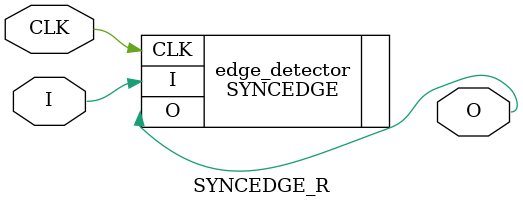
<source format=v>
`timescale 1ns / 1ps


module SYNCEDGE_R(
		  I,
		  O,
		  CLK
		  );
   input I;
   output O;
   input  CLK;

   SYNCEDGE #(.EDGE("RISING"),.POLARITY("POSITIVE"),.LATENCY(1),.CLKEDGE("RISING")) edge_detector(.I(I),.O(O),.CLK(CLK));

endmodule // SYNCEDGE_R
</source>
